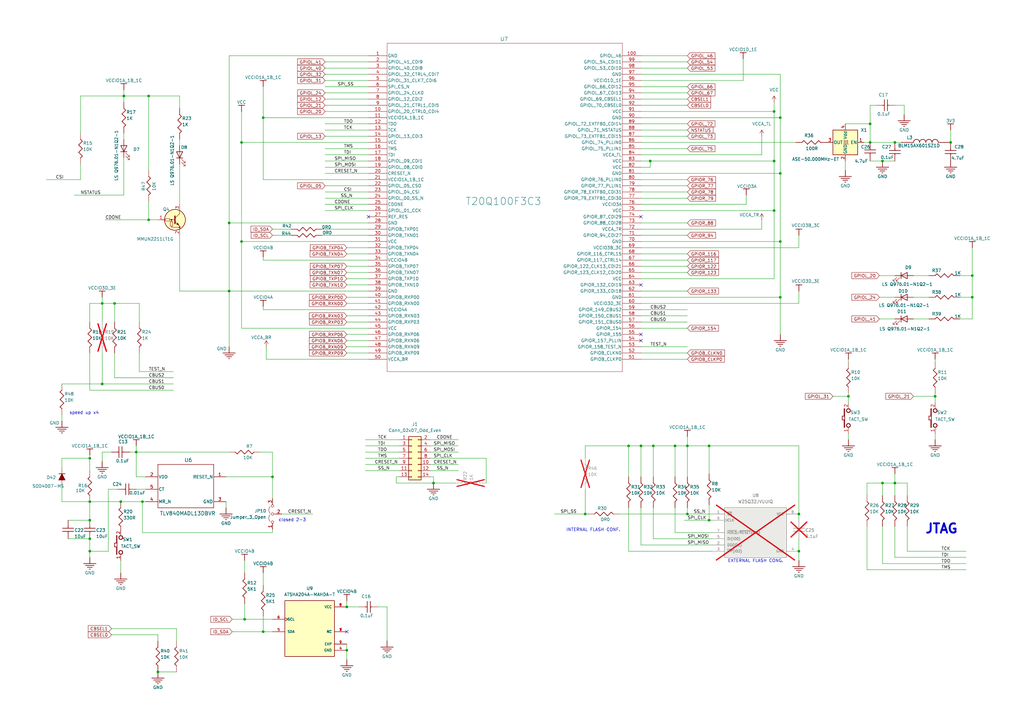
<source format=kicad_sch>
(kicad_sch (version 20231120) (generator "eeschema") (generator_version "8.0")
  (paper "A3")
  (title_block (title "HEXBERRY-V-20Q100") (date "2024-09-19") (rev "1.0") (company "LOGITILES by Hexcape") (comment 1 "Pier Francesco Maria Santi"))
  (junction (at 177.8 198.12))
  (junction (at 46.99 124.46))
  (junction (at 36.83 213.36))
  (junction (at 347.98 162.56))
  (junction (at 107.95 48.26))
  (junction (at 320.04 121.92))
  (junction (at 49.53 205.74))
  (junction (at 327.66 226.06))
  (junction (at 266.7 66.04))
  (junction (at 100.33 254))
  (junction (at 93.98 91.44))
  (junction (at 111.76 195.58))
  (junction (at 389.89 58.42))
  (junction (at 262.89 182.88))
  (junction (at 276.86 182.88))
  (junction (at 240.03 210.82))
  (junction (at 267.97 182.88))
  (junction (at 99.06 58.42))
  (junction (at 36.83 220.98))
  (junction (at 257.81 182.88))
  (junction (at 36.83 226.06))
  (junction (at 41.91 157.48))
  (junction (at 320.04 99.06))
  (junction (at 317.5 66.04))
  (junction (at 60.96 39.37))
  (junction (at 36.83 187.96))
  (junction (at 58.42 205.74))
  (junction (at 367.03 58.42))
  (junction (at 142.24 248.92))
  (junction (at 64.77 275.59))
  (junction (at 142.24 266.7))
  (junction (at 356.87 58.42))
  (junction (at 281.94 210.82))
  (junction (at 398.78 113.03))
  (junction (at 36.83 205.74))
  (junction (at 50.8 39.37))
  (junction (at 60.96 90.17))
  (junction (at 320.04 71.12))
  (junction (at 281.94 182.88))
  (junction (at 356.87 50.8))
  (junction (at 107.95 259.08))
  (junction (at 99.06 99.06))
  (junction (at 361.95 198.12))
  (junction (at 290.83 213.36))
  (junction (at 93.98 119.38))
  (junction (at 317.5 45.72))
  (junction (at 41.91 124.46))
  (junction (at 398.78 121.92))
  (junction (at 367.03 198.12))
  (junction (at 383.54 162.56))
  (junction (at 317.5 86.36))
  (junction (at 290.83 182.88))
  (junction (at 55.88 185.42))
  (junction (at 361.95 66.04))
  (junction (at 320.04 48.26))
  (junction (at 327.66 210.82))
  (no_connect (at 151.13 88.9))
  (no_connect (at 142.24 259.08))
  (no_connect (at 262.89 139.7))
  (no_connect (at 262.89 88.9))
  (no_connect (at 262.89 116.84))
  (no_connect (at 262.89 137.16))
  (wire (pts (xy 281.94 179.07) (xy 281.94 182.88)))
  (wire (pts (xy 132.08 93.98) (xy 151.13 93.98)))
  (wire (pts (xy 142.24 266.7) (xy 142.24 270.51)))
  (wire (pts (xy 262.89 121.92) (xy 320.04 121.92)))
  (wire (pts (xy 262.89 147.32) (xy 281.94 147.32)))
  (wire (pts (xy 49.53 205.74) (xy 58.42 205.74)))
  (wire (pts (xy 92.71 195.58) (xy 111.76 195.58)))
  (wire (pts (xy 320.04 48.26) (xy 320.04 71.12)))
  (wire (pts (xy 58.42 205.74) (xy 58.42 218.44)))
  (wire (pts (xy 162.56 195.58) (xy 162.56 198.12)))
  (wire (pts (xy 227.33 210.82) (xy 240.03 210.82)))
  (wire (pts (xy 176.53 190.5) (xy 187.96 190.5)))
  (wire (pts (xy 317.5 114.3) (xy 317.5 86.36)))
  (wire (pts (xy 262.89 86.36) (xy 317.5 86.36)))
  (wire (pts (xy 149.86 193.04) (xy 163.83 193.04)))
  (wire (pts (xy 389.89 53.34) (xy 389.89 58.42)))
  (wire (pts (xy 53.34 185.42) (xy 55.88 185.42)))
  (wire (pts (xy 320.04 121.92) (xy 320.04 137.16)))
  (wire (pts (xy 95.25 254) (xy 100.33 254)))
  (wire (pts (xy 44.45 200.66) (xy 48.26 200.66)))
  (wire (pts (xy 317.5 66.04) (xy 317.5 86.36)))
  (wire (pts (xy 262.89 144.78) (xy 281.94 144.78)))
  (wire (pts (xy 99.06 134.62) (xy 99.06 99.06)))
  (wire (pts (xy 106.68 185.42) (xy 111.76 185.42)))
  (wire (pts (xy 262.89 25.4) (xy 281.94 25.4)))
  (wire (pts (xy 262.89 109.22) (xy 281.94 109.22)))
  (wire (pts (xy 100.33 254) (xy 111.76 254)))
  (wire (pts (xy 50.8 54.61) (xy 50.8 57.15)))
  (wire (pts (xy 262.89 106.68) (xy 281.94 106.68)))
  (wire (pts (xy 72.39 262.89) (xy 72.39 257.81)))
  (wire (pts (xy 99.06 45.72) (xy 99.06 58.42)))
  (wire (pts (xy 360.68 130.81) (xy 367.03 130.81)))
  (wire (pts (xy 99.06 99.06) (xy 151.13 99.06)))
  (wire (pts (xy 281.94 182.88) (xy 281.94 195.58)))
  (wire (pts (xy 149.86 190.5) (xy 163.83 190.5)))
  (wire (pts (xy 262.89 71.12) (xy 320.04 71.12)))
  (wire (pts (xy 262.89 27.94) (xy 281.94 27.94)))
  (wire (pts (xy 133.35 78.74) (xy 151.13 78.74)))
  (wire (pts (xy 361.95 215.9) (xy 361.95 231.14)))
  (wire (pts (xy 398.78 113.03) (xy 398.78 121.92)))
  (wire (pts (xy 262.89 83.82) (xy 306.07 83.82)))
  (wire (pts (xy 262.89 38.1) (xy 281.94 38.1)))
  (wire (pts (xy 149.86 187.96) (xy 163.83 187.96)))
  (wire (pts (xy 199.39 187.96) (xy 199.39 198.12)))
  (wire (pts (xy 312.42 90.17) (xy 312.42 93.98)))
  (wire (pts (xy 176.53 185.42) (xy 187.96 185.42)))
  (wire (pts (xy 262.89 35.56) (xy 281.94 35.56)))
  (wire (pts (xy 107.95 252.73) (xy 107.95 259.08)))
  (wire (pts (xy 107.95 125.73) (xy 107.95 127)))
  (wire (pts (xy 19.05 73.66) (xy 33.02 73.66)))
  (wire (pts (xy 267.97 182.88) (xy 267.97 195.58)))
  (wire (pts (xy 312.42 55.88) (xy 312.42 63.5)))
  (wire (pts (xy 111.76 195.58) (xy 111.76 204.47)))
  (wire (pts (xy 292.1 226.06) (xy 257.81 226.06)))
  (wire (pts (xy 43.18 90.17) (xy 60.96 90.17)))
  (wire (pts (xy 93.98 119.38) (xy 151.13 119.38)))
  (wire (pts (xy 398.78 121.92) (xy 398.78 130.81)))
  (wire (pts (xy 133.35 71.12) (xy 151.13 71.12)))
  (wire (pts (xy 107.95 127) (xy 151.13 127)))
  (wire (pts (xy 383.54 165.1) (xy 383.54 162.56)))
  (wire (pts (xy 276.86 218.44) (xy 276.86 208.28)))
  (wire (pts (xy 346.71 66.04) (xy 346.71 69.85)))
  (wire (pts (xy 36.83 226.06) (xy 44.45 226.06)))
  (wire (pts (xy 347.98 161.29) (xy 347.98 162.56)))
  (wire (pts (xy 267.97 182.88) (xy 276.86 182.88)))
  (wire (pts (xy 356.87 43.18) (xy 356.87 50.8)))
  (wire (pts (xy 327.66 96.52) (xy 327.66 101.6)))
  (wire (pts (xy 107.95 73.66) (xy 151.13 73.66)))
  (wire (pts (xy 347.98 177.8) (xy 347.98 180.34)))
  (wire (pts (xy 262.89 78.74) (xy 281.94 78.74)))
  (wire (pts (xy 36.83 124.46) (xy 36.83 132.08)))
  (wire (pts (xy 133.35 53.34) (xy 151.13 53.34)))
  (wire (pts (xy 41.91 124.46) (xy 36.83 124.46)))
  (wire (pts (xy 320.04 99.06) (xy 320.04 121.92)))
  (wire (pts (xy 320.04 71.12) (xy 320.04 99.06)))
  (wire (pts (xy 133.35 66.04) (xy 151.13 66.04)))
  (wire (pts (xy 133.35 81.28) (xy 151.13 81.28)))
  (wire (pts (xy 132.08 96.52) (xy 151.13 96.52)))
  (wire (pts (xy 60.96 82.55) (xy 60.96 90.17)))
  (wire (pts (xy 60.96 90.17) (xy 64.77 90.17)))
  (wire (pts (xy 367.03 215.9) (xy 367.03 228.6)))
  (wire (pts (xy 383.54 147.32) (xy 383.54 148.59)))
  (wire (pts (xy 383.54 177.8) (xy 383.54 180.34)))
  (wire (pts (xy 142.24 101.6) (xy 151.13 101.6)))
  (wire (pts (xy 262.89 129.54) (xy 281.94 129.54)))
  (wire (pts (xy 262.89 60.96) (xy 281.94 60.96)))
  (wire (pts (xy 262.89 182.88) (xy 262.89 195.58)))
  (wire (pts (xy 57.15 144.78) (xy 57.15 152.4)))
  (wire (pts (xy 133.35 55.88) (xy 151.13 55.88)))
  (wire (pts (xy 262.89 53.34) (xy 281.94 53.34)))
  (wire (pts (xy 262.89 50.8) (xy 281.94 50.8)))
  (wire (pts (xy 46.99 124.46) (xy 46.99 132.08)))
  (wire (pts (xy 262.89 124.46) (xy 327.66 124.46)))
  (wire (pts (xy 93.98 22.86) (xy 151.13 22.86)))
  (wire (pts (xy 44.45 226.06) (xy 44.45 200.66)))
  (wire (pts (xy 393.7 130.81) (xy 398.78 130.81)))
  (wire (pts (xy 27.94 213.36) (xy 36.83 213.36)))
  (wire (pts (xy 276.86 182.88) (xy 281.94 182.88)))
  (wire (pts (xy 240.03 210.82) (xy 241.3 210.82)))
  (wire (pts (xy 107.95 48.26) (xy 107.95 73.66)))
  (wire (pts (xy 49.53 218.44) (xy 49.53 217.17)))
  (wire (pts (xy 59.69 195.58) (xy 55.88 195.58)))
  (wire (pts (xy 355.6 215.9) (xy 355.6 233.68)))
  (wire (pts (xy 374.65 130.81) (xy 381 130.81)))
  (wire (pts (xy 49.53 229.87) (xy 49.53 234.95)))
  (wire (pts (xy 46.99 154.94) (xy 71.12 154.94)))
  (wire (pts (xy 262.89 101.6) (xy 327.66 101.6)))
  (wire (pts (xy 176.53 187.96) (xy 199.39 187.96)))
  (wire (pts (xy 50.8 36.83) (xy 50.8 39.37)))
  (wire (pts (xy 262.89 81.28) (xy 281.94 81.28)))
  (wire (pts (xy 276.86 182.88) (xy 276.86 195.58)))
  (wire (pts (xy 398.78 101.6) (xy 398.78 113.03)))
  (wire (pts (xy 99.06 99.06) (xy 99.06 58.42)))
  (wire (pts (xy 58.42 218.44) (xy 111.76 218.44)))
  (wire (pts (xy 55.88 185.42) (xy 93.98 185.42)))
  (wire (pts (xy 36.83 220.98) (xy 36.83 226.06)))
  (wire (pts (xy 176.53 193.04) (xy 187.96 193.04)))
  (wire (pts (xy 93.98 91.44) (xy 93.98 119.38)))
  (wire (pts (xy 356.87 50.8) (xy 356.87 58.42)))
  (wire (pts (xy 361.95 198.12) (xy 355.6 198.12)))
  (wire (pts (xy 73.66 39.37) (xy 73.66 44.45)))
  (wire (pts (xy 281.94 182.88) (xy 290.83 182.88)))
  (wire (pts (xy 317.5 45.72) (xy 317.5 66.04)))
  (wire (pts (xy 176.53 180.34) (xy 187.96 180.34)))
  (wire (pts (xy 36.83 205.74) (xy 49.53 205.74)))
  (wire (pts (xy 109.22 142.24) (xy 109.22 147.32)))
  (wire (pts (xy 370.84 43.18) (xy 370.84 46.99)))
  (wire (pts (xy 262.89 96.52) (xy 281.94 96.52)))
  (wire (pts (xy 360.68 121.92) (xy 367.03 121.92)))
  (wire (pts (xy 36.83 144.78) (xy 36.83 160.02)))
  (wire (pts (xy 36.83 186.69) (xy 36.83 187.96)))
  (wire (pts (xy 57.15 132.08) (xy 57.15 124.46)))
  (wire (pts (xy 367.03 198.12) (xy 361.95 198.12)))
  (wire (pts (xy 57.15 124.46) (xy 46.99 124.46)))
  (wire (pts (xy 257.81 182.88) (xy 262.89 182.88)))
  (wire (pts (xy 327.66 182.88) (xy 327.66 210.82)))
  (wire (pts (xy 142.24 132.08) (xy 151.13 132.08)))
  (wire (pts (xy 142.24 248.92) (xy 147.32 248.92)))
  (wire (pts (xy 393.7 113.03) (xy 398.78 113.03)))
  (wire (pts (xy 25.4 191.77) (xy 25.4 187.96)))
  (wire (pts (xy 361.95 198.12) (xy 361.95 203.2)))
  (wire (pts (xy 262.89 73.66) (xy 281.94 73.66)))
  (wire (pts (xy 240.03 182.88) (xy 240.03 187.96)))
  (wire (pts (xy 33.02 73.66) (xy 33.02 67.31)))
  (wire (pts (xy 142.24 121.92) (xy 151.13 121.92)))
  (wire (pts (xy 346.71 50.8) (xy 356.87 50.8)))
  (wire (pts (xy 262.89 91.44) (xy 281.94 91.44)))
  (wire (pts (xy 100.33 247.65) (xy 100.33 254)))
  (wire (pts (xy 133.35 43.18) (xy 151.13 43.18)))
  (wire (pts (xy 262.89 66.04) (xy 266.7 66.04)))
  (wire (pts (xy 262.89 43.18) (xy 281.94 43.18)))
  (wire (pts (xy 142.24 111.76) (xy 151.13 111.76)))
  (wire (pts (xy 360.68 113.03) (xy 367.03 113.03)))
  (wire (pts (xy 36.83 187.96) (xy 36.83 193.04)))
  (wire (pts (xy 306.07 80.01) (xy 306.07 83.82)))
  (wire (pts (xy 292.1 210.82) (xy 281.94 210.82)))
  (wire (pts (xy 374.65 121.92) (xy 381 121.92)))
  (wire (pts (xy 372.11 198.12) (xy 372.11 203.2)))
  (wire (pts (xy 359.41 43.18) (xy 356.87 43.18)))
  (wire (pts (xy 133.35 45.72) (xy 151.13 45.72)))
  (wire (pts (xy 372.11 226.06) (xy 396.24 226.06)))
  (wire (pts (xy 151.13 60.96) (xy 133.35 60.96)))
  (wire (pts (xy 266.7 68.58) (xy 266.7 66.04)))
  (wire (pts (xy 396.24 233.68) (xy 355.6 233.68)))
  (wire (pts (xy 317.5 41.91) (xy 317.5 45.72)))
  (wire (pts (xy 133.35 35.56) (xy 151.13 35.56)))
  (wire (pts (xy 57.15 152.4) (xy 71.12 152.4)))
  (wire (pts (xy 142.24 139.7) (xy 151.13 139.7)))
  (wire (pts (xy 111.76 93.98) (xy 119.38 93.98)))
  (wire (pts (xy 142.24 109.22) (xy 151.13 109.22)))
  (wire (pts (xy 356.87 58.42) (xy 367.03 58.42)))
  (wire (pts (xy 374.65 113.03) (xy 381 113.03)))
  (wire (pts (xy 254 210.82) (xy 281.94 210.82)))
  (wire (pts (xy 372.11 226.06) (xy 372.11 215.9)))
  (wire (pts (xy 154.94 248.92) (xy 158.75 248.92)))
  (wire (pts (xy 41.91 144.78) (xy 41.91 157.48)))
  (wire (pts (xy 45.72 185.42) (xy 41.91 185.42)))
  (wire (pts (xy 30.48 80.01) (xy 50.8 80.01)))
  (wire (pts (xy 320.04 30.48) (xy 320.04 48.26)))
  (wire (pts (xy 60.96 39.37) (xy 73.66 39.37)))
  (wire (pts (xy 133.35 33.02) (xy 151.13 33.02)))
  (wire (pts (xy 151.13 50.8) (xy 133.35 50.8)))
  (wire (pts (xy 107.95 35.56) (xy 107.95 48.26)))
  (wire (pts (xy 55.88 185.42) (xy 55.88 182.88)))
  (wire (pts (xy 292.1 220.98) (xy 267.97 220.98)))
  (wire (pts (xy 327.66 210.82) (xy 327.66 213.36)))
  (wire (pts (xy 142.24 104.14) (xy 151.13 104.14)))
  (wire (pts (xy 73.66 67.31) (xy 73.66 83.82)))
  (wire (pts (xy 177.8 198.12) (xy 186.69 198.12)))
  (wire (pts (xy 367.03 198.12) (xy 367.03 203.2)))
  (wire (pts (xy 341.63 162.56) (xy 347.98 162.56)))
  (wire (pts (xy 36.83 213.36) (xy 36.83 205.74)))
  (wire (pts (xy 149.86 180.34) (xy 163.83 180.34)))
  (wire (pts (xy 142.24 264.16) (xy 142.24 266.7)))
  (wire (pts (xy 46.99 124.46) (xy 41.91 124.46)))
  (wire (pts (xy 25.4 187.96) (xy 36.83 187.96)))
  (wire (pts (xy 262.89 134.62) (xy 281.94 134.62)))
  (wire (pts (xy 374.65 162.56) (xy 383.54 162.56)))
  (wire (pts (xy 367.03 194.31) (xy 367.03 198.12)))
  (wire (pts (xy 50.8 39.37) (xy 60.96 39.37)))
  (wire (pts (xy 149.86 182.88) (xy 163.83 182.88)))
  (wire (pts (xy 73.66 57.15) (xy 73.66 59.69)))
  (wire (pts (xy 99.06 58.42) (xy 151.13 58.42)))
  (wire (pts (xy 267.97 208.28) (xy 267.97 220.98)))
  (wire (pts (xy 372.11 198.12) (xy 367.03 198.12)))
  (wire (pts (xy 100.33 229.87) (xy 100.33 234.95)))
  (wire (pts (xy 99.06 134.62) (xy 151.13 134.62)))
  (wire (pts (xy 262.89 104.14) (xy 281.94 104.14)))
  (wire (pts (xy 107.95 106.68) (xy 151.13 106.68)))
  (wire (pts (xy 25.4 157.48) (xy 41.91 157.48)))
  (wire (pts (xy 50.8 64.77) (xy 50.8 80.01)))
  (wire (pts (xy 367.03 43.18) (xy 370.84 43.18)))
  (wire (pts (xy 396.24 231.14) (xy 361.95 231.14)))
  (wire (pts (xy 107.95 48.26) (xy 151.13 48.26)))
  (wire (pts (xy 33.02 39.37) (xy 33.02 54.61)))
  (wire (pts (xy 142.24 144.78) (xy 151.13 144.78)))
  (wire (pts (xy 276.86 218.44) (xy 292.1 218.44)))
  (wire (pts (xy 163.83 195.58) (xy 162.56 195.58)))
  (wire (pts (xy 36.83 205.74) (xy 25.4 205.74)))
  (wire (pts (xy 393.7 121.92) (xy 398.78 121.92)))
  (wire (pts (xy 58.42 205.74) (xy 59.69 205.74)))
  (wire (pts (xy 240.03 200.66) (xy 240.03 210.82)))
  (wire (pts (xy 356.87 66.04) (xy 361.95 66.04)))
  (wire (pts (xy 262.89 114.3) (xy 317.5 114.3)))
  (wire (pts (xy 64.77 262.89) (xy 64.77 260.35)))
  (wire (pts (xy 111.76 185.42) (xy 111.76 195.58)))
  (wire (pts (xy 133.35 25.4) (xy 151.13 25.4)))
  (wire (pts (xy 304.8 24.13) (xy 304.8 33.02)))
  (wire (pts (xy 41.91 121.92) (xy 41.91 124.46)))
  (wire (pts (xy 133.35 27.94) (xy 151.13 27.94)))
  (wire (pts (xy 383.54 161.29) (xy 383.54 162.56)))
  (wire (pts (xy 355.6 198.12) (xy 355.6 203.2)))
  (wire (pts (xy 262.89 22.86) (xy 281.94 22.86)))
  (wire (pts (xy 111.76 218.44) (xy 111.76 217.17)))
  (wire (pts (xy 25.4 205.74) (xy 25.4 199.39)))
  (wire (pts (xy 281.94 210.82) (xy 281.94 208.28)))
  (wire (pts (xy 107.95 259.08) (xy 111.76 259.08)))
  (wire (pts (xy 72.39 275.59) (xy 64.77 275.59)))
  (wire (pts (xy 93.98 119.38) (xy 93.98 142.24)))
  (wire (pts (xy 107.95 105.41) (xy 107.95 106.68)))
  (wire (pts (xy 149.86 185.42) (xy 163.83 185.42)))
  (wire (pts (xy 162.56 198.12) (xy 177.8 198.12)))
  (wire (pts (xy 177.8 195.58) (xy 177.8 198.12)))
  (wire (pts (xy 262.89 208.28) (xy 262.89 223.52)))
  (wire (pts (xy 142.24 142.24) (xy 151.13 142.24)))
  (wire (pts (xy 262.89 76.2) (xy 281.94 76.2)))
  (wire (pts (xy 396.24 228.6) (xy 367.03 228.6)))
  (wire (pts (xy 41.91 185.42) (xy 41.91 189.23)))
  (wire (pts (xy 71.12 160.02) (xy 36.83 160.02)))
  (wire (pts (xy 41.91 124.46) (xy 41.91 132.08)))
  (wire (pts (xy 367.03 58.42) (xy 369.57 58.42)))
  (wire (pts (xy 133.35 63.5) (xy 151.13 63.5)))
  (wire (pts (xy 292.1 223.52) (xy 262.89 223.52)))
  (wire (pts (xy 356.87 58.42) (xy 354.33 58.42)))
  (wire (pts (xy 109.22 147.32) (xy 151.13 147.32)))
  (wire (pts (xy 262.89 48.26) (xy 320.04 48.26)))
  (wire (pts (xy 262.89 111.76) (xy 281.94 111.76)))
  (wire (pts (xy 55.88 200.66) (xy 59.69 200.66)))
  (wire (pts (xy 361.95 66.04) (xy 367.03 66.04)))
  (wire (pts (xy 262.89 40.64) (xy 281.94 40.64)))
  (wire (pts (xy 257.81 182.88) (xy 240.03 182.88)))
  (wire (pts (xy 262.89 63.5) (xy 312.42 63.5)))
  (wire (pts (xy 55.88 195.58) (xy 55.88 185.42)))
  (wire (pts (xy 73.66 119.38) (xy 93.98 119.38)))
  (wire (pts (xy 290.83 213.36) (xy 292.1 213.36)))
  (wire (pts (xy 327.66 220.98) (xy 327.66 226.06)))
  (wire (pts (xy 71.12 157.48) (xy 41.91 157.48)))
  (wire (pts (xy 262.89 142.24) (xy 281.94 142.24)))
  (wire (pts (xy 46.99 154.94) (xy 46.99 144.78)))
  (wire (pts (xy 262.89 58.42) (xy 326.39 58.42)))
  (wire (pts (xy 262.89 68.58) (xy 266.7 68.58)))
  (wire (pts (xy 45.72 257.81) (xy 72.39 257.81)))
  (wire (pts (xy 257.81 182.88) (xy 257.81 195.58)))
  (wire (pts (xy 92.71 205.74) (xy 92.71 208.28)))
  (wire (pts (xy 290.83 182.88) (xy 327.66 182.88)))
  (wire (pts (xy 50.8 39.37) (xy 50.8 41.91)))
  (wire (pts (xy 262.89 30.48) (xy 320.04 30.48)))
  (wire (pts (xy 327.66 119.38) (xy 327.66 124.46)))
  (wire (pts (xy 73.66 96.52) (xy 73.66 119.38)))
  (wire (pts (xy 262.89 119.38) (xy 281.94 119.38)))
  (wire (pts (xy 142.24 124.46) (xy 151.13 124.46)))
  (wire (pts (xy 133.35 30.48) (xy 151.13 30.48)))
  (wire (pts (xy 262.89 33.02) (xy 304.8 33.02)))
  (wire (pts (xy 290.83 207.01) (xy 290.83 213.36)))
  (wire (pts (xy 176.53 195.58) (xy 177.8 195.58)))
  (wire (pts (xy 262.89 93.98) (xy 312.42 93.98)))
  (wire (pts (xy 45.72 260.35) (xy 64.77 260.35)))
  (wire (pts (xy 142.24 114.3) (xy 151.13 114.3)))
  (wire (pts (xy 93.98 91.44) (xy 151.13 91.44)))
  (wire (pts (xy 262.89 127) (xy 281.94 127)))
  (wire (pts (xy 60.96 39.37) (xy 60.96 69.85)))
  (wire (pts (xy 95.25 259.08) (xy 107.95 259.08)))
  (wire (pts (xy 262.89 45.72) (xy 317.5 45.72)))
  (wire (pts (xy 142.24 129.54) (xy 151.13 129.54)))
  (wire (pts (xy 347.98 147.32) (xy 347.98 148.59)))
  (wire (pts (xy 142.24 137.16) (xy 151.13 137.16)))
  (wire (pts (xy 266.7 66.04) (xy 317.5 66.04)))
  (wire (pts (xy 142.24 246.38) (xy 142.24 248.92)))
  (wire (pts (xy 262.89 99.06) (xy 320.04 99.06)))
  (wire (pts (xy 158.75 248.92) (xy 158.75 262.89)))
  (wire (pts (xy 133.35 86.36) (xy 151.13 86.36)))
  (wire (pts (xy 347.98 165.1) (xy 347.98 162.56)))
  (wire (pts (xy 133.35 76.2) (xy 151.13 76.2)))
  (wire (pts (xy 327.66 226.06) (xy 327.66 229.87)))
  (wire (pts (xy 111.76 96.52) (xy 119.38 96.52)))
  (wire (pts (xy 25.4 170.18) (xy 25.4 172.72)))
  (wire (pts (xy 133.35 40.64) (xy 151.13 40.64)))
  (wire (pts (xy 36.83 226.06) (xy 36.83 228.6)))
  (wire (pts (xy 27.94 220.98) (xy 36.83 220.98)))
  (wire (pts (xy 257.81 208.28) (xy 257.81 226.06)))
  (wire (pts (xy 176.53 182.88) (xy 187.96 182.88)))
  (wire (pts (xy 262.89 55.88) (xy 281.94 55.88)))
  (wire (pts (xy 280.67 213.36) (xy 290.83 213.36)))
  (wire (pts (xy 107.95 234.95) (xy 107.95 240.03)))
  (wire (pts (xy 133.35 83.82) (xy 151.13 83.82)))
  (wire (pts (xy 133.35 38.1) (xy 151.13 38.1)))
  (wire (pts (xy 93.98 22.86) (xy 93.98 91.44)))
  (wire (pts (xy 142.24 116.84) (xy 151.13 116.84)))
  (wire (pts (xy 33.02 39.37) (xy 50.8 39.37)))
  (wire (pts (xy 262.89 132.08) (xy 281.94 132.08)))
  (wire (pts (xy 133.35 68.58) (xy 151.13 68.58)))
  (wire (pts (xy 290.83 182.88) (xy 290.83 194.31)))
  (wire (pts (xy 262.89 182.88) (xy 267.97 182.88)))
  (wire (pts (xy 115.57 210.82) (xy 128.27 210.82)))
  (text "closed 2-3\n" (at 119.888 213.36 0) (effects (font (size 1.27 1.27))))
  (text "speed up x4" (at 34.544 169.418 0) (effects (font (size 1.27 1.27))))
  (text "EXTERNAL FLASH CONG.\n" (at 309.88 230.124 0) (effects (font (size 1.27 1.27))))
  (text "JTAG\n" (at 379.222 219.202 0) (effects (font (size 3.81 3.81) (bold yes)) (justify left bottom)))
  (text "INTERNAL FLASH CONF.\n" (at 243.332 217.424 0) (effects (font (size 1.27 1.27))))
  (label "SPI_SS" (at 229.87 210.82 0))
  (label "SPI_CLK" (at 137.16 86.36 0))
  (label "CBUS1" (at 60.96 157.48 0))
  (label "CSI" (at 22.86 73.66 0))
  (label "TDO" (at 386.08 231.14 0))
  (label "TDI" (at 140.97 63.5 0))
  (label "CDONE" (at 43.18 90.17 0))
  (label "TEST_N" (at 60.96 152.4 0))
  (label "SPI_MISO" (at 177.8 182.88 0))
  (label "CDONE" (at 179.07 180.34 0))
  (label "TCK" (at 154.94 180.34 0))
  (label "CBUS1" (at 266.7 129.54 0))
  (label "CBUS0" (at 266.7 132.08 0))
  (label "TMS" (at 386.08 233.68 0))
  (label "CBUS0" (at 60.96 160.02 0))
  (label "TCK" (at 140.97 53.34 0))
  (label "SPI_MOSI" (at 137.16 68.58 0))
  (label "SPI_CLK" (at 177.8 187.96 0))
  (label "CRESET_N" (at 118.11 210.82 0))
  (label "CBUS2" (at 60.96 154.94 0))
  (label "TDI" (at 386.08 228.6 0))
  (label "CRESET_N" (at 153.67 190.5 0))
  (label "CRESET_N" (at 177.8 190.5 0))
  (label "SPI_MISO" (at 281.94 223.52 0))
  (label "SPI_MISO" (at 137.16 66.04 0))
  (label "CSI" (at 140.97 78.74 0))
  (label "TMS" (at 140.97 60.96 0))
  (label "CDONE" (at 137.16 83.82 0))
  (label "SS_N" (at 284.48 210.82 0))
  (label "SPI_CLK" (at 281.94 213.36 0))
  (label "TDO" (at 140.97 50.8 0))
  (label "SS_N" (at 154.94 193.04 0))
  (label "CRESET_N" (at 137.16 71.12 0))
  (label "TCK" (at 386.08 226.06 0))
  (label "NSTATUS" (at 33.02 80.01 0))
  (label "TEST_N" (at 266.7 142.24 0))
  (label "SPI_MOSI" (at 177.8 185.42 0))
  (label "TDI" (at 154.94 182.88 0))
  (label "TDO" (at 154.94 185.42 0))
  (label "SS_N" (at 179.07 193.04 0))
  (label "TMS" (at 154.94 187.96 0))
  (label "SPI_SS" (at 138.43 35.56 0))
  (label "CBUS2" (at 266.7 127 0))
  (label "SPI_MOSI" (at 281.94 220.98 0))
  (label "SS_N" (at 139.7 81.28 0))
  (global_label "GPIOB_CLKN0" (shape input) (at 281.94 144.78 0) (property "Intersheetrefs" "${INTERSHEET_REFS}" (at 297.8413 144.78 0) (effects (justify left))))
  (global_label "CBSEL0" (shape input) (at 281.94 43.18 0) (property "Intersheetrefs" "${INTERSHEET_REFS}" (at 292.1564 43.18 0) (effects (justify left))))
  (global_label "GPIOB_TXP07" (shape input) (at 142.24 109.22 180) (property "Intersheetrefs" "${INTERSHEET_REFS}" (at 126.5807 109.22 0) (effects (justify right))))
  (global_label "GPIOB_TXN07" (shape input) (at 142.24 111.76 180) (property "Intersheetrefs" "${INTERSHEET_REFS}" (at 126.5202 111.76 0) (effects (justify right))))
  (global_label "NSTATUS" (shape input) (at 281.94 53.34 0) (property "Intersheetrefs" "${INTERSHEET_REFS}" (at 293.1241 53.34 0) (effects (justify left))))
  (global_label "GPIOR_76" (shape input) (at 281.94 73.66 0) (property "Intersheetrefs" "${INTERSHEET_REFS}" (at 294.1522 73.66 0) (effects (justify left))))
  (global_label "GPIOL_24" (shape input) (at 133.35 38.1 180) (property "Intersheetrefs" "${INTERSHEET_REFS}" (at 121.3797 38.1 0) (effects (justify right))))
  (global_label "GPIOR_116" (shape input) (at 281.94 104.14 0) (property "Intersheetrefs" "${INTERSHEET_REFS}" (at 295.3617 104.14 0) (effects (justify left))))
  (global_label "GPIOL_41" (shape input) (at 360.68 130.81 180) (property "Intersheetrefs" "${INTERSHEET_REFS}" (at 348.7097 130.81 0) (effects (justify right))))
  (global_label "GPIOL_66" (shape input) (at 281.94 35.56 0) (property "Intersheetrefs" "${INTERSHEET_REFS}" (at 293.9103 35.56 0) (effects (justify left))))
  (global_label "GPIOB_RXN09" (shape input) (at 142.24 142.24 180) (property "Intersheetrefs" "${INTERSHEET_REFS}" (at 126.2178 142.24 0) (effects (justify right))))
  (global_label "GPIOL_21" (shape input) (at 374.65 162.56 180) (property "Intersheetrefs" "${INTERSHEET_REFS}" (at 362.6797 162.56 0) (effects (justify right))))
  (global_label "GPIOL_73" (shape input) (at 281.94 55.88 0) (property "Intersheetrefs" "${INTERSHEET_REFS}" (at 293.9103 55.88 0) (effects (justify left))))
  (global_label "GPIOL_13" (shape input) (at 133.35 55.88 180) (property "Intersheetrefs" "${INTERSHEET_REFS}" (at 121.3797 55.88 0) (effects (justify right))))
  (global_label "CBSEL1" (shape input) (at 281.94 40.64 0) (property "Intersheetrefs" "${INTERSHEET_REFS}" (at 292.1564 40.64 0) (effects (justify left))))
  (global_label "CBSEL1" (shape input) (at 45.72 257.81 180) (property "Intersheetrefs" "${INTERSHEET_REFS}" (at 35.5036 257.81 0) (effects (justify right))))
  (global_label "GPIOL_72" (shape input) (at 281.94 50.8 0) (property "Intersheetrefs" "${INTERSHEET_REFS}" (at 293.9103 50.8 0) (effects (justify left))))
  (global_label "GPIOL_24" (shape input) (at 360.68 121.92 180) (property "Intersheetrefs" "${INTERSHEET_REFS}" (at 348.7097 121.92 0) (effects (justify right))))
  (global_label "GPIOR_117" (shape input) (at 281.94 106.68 0) (property "Intersheetrefs" "${INTERSHEET_REFS}" (at 295.3617 106.68 0) (effects (justify left))))
  (global_label "GPIOB_RXP09" (shape input) (at 142.24 144.78 180) (property "Intersheetrefs" "${INTERSHEET_REFS}" (at 126.2783 144.78 0) (effects (justify right))))
  (global_label "GPIOB_TXN04" (shape input) (at 142.24 104.14 180) (property "Intersheetrefs" "${INTERSHEET_REFS}" (at 126.5202 104.14 0) (effects (justify right))))
  (global_label "GPIOL_75" (shape input) (at 281.94 60.96 0) (property "Intersheetrefs" "${INTERSHEET_REFS}" (at 293.9103 60.96 0) (effects (justify left))))
  (global_label "GPIOL_12" (shape input) (at 133.35 40.64 180) (property "Intersheetrefs" "${INTERSHEET_REFS}" (at 121.3797 40.64 0) (effects (justify right))))
  (global_label "GPIOL_46" (shape input) (at 281.94 22.86 0) (property "Intersheetrefs" "${INTERSHEET_REFS}" (at 293.9103 22.86 0) (effects (justify left))))
  (global_label "ID_SCL" (shape input) (at 95.25 254 180) (property "Intersheetrefs" "${INTERSHEET_REFS}" (at 85.8197 254 0) (effects (justify right))))
  (global_label "GPIOL_31" (shape input) (at 133.35 33.02 180) (property "Intersheetrefs" "${INTERSHEET_REFS}" (at 121.3797 33.02 0) (effects (justify right))))
  (global_label "GPIOR_88" (shape input) (at 281.94 91.44 0) (property "Intersheetrefs" "${INTERSHEET_REFS}" (at 294.1522 91.44 0) (effects (justify left))))
  (global_label "GPIOL_31" (shape input) (at 341.63 162.56 180) (property "Intersheetrefs" "${INTERSHEET_REFS}" (at 329.6597 162.56 0) (effects (justify right))))
  (global_label "GPIOB_RXN06" (shape input) (at 142.24 139.7 180) (property "Intersheetrefs" "${INTERSHEET_REFS}" (at 126.2178 139.7 0) (effects (justify right))))
  (global_label "GPIOR_94" (shape input) (at 281.94 96.52 0) (property "Intersheetrefs" "${INTERSHEET_REFS}" (at 294.1522 96.52 0) (effects (justify left))))
  (global_label "GPIOL_53" (shape input) (at 281.94 27.94 0) (property "Intersheetrefs" "${INTERSHEET_REFS}" (at 293.9103 27.94 0) (effects (justify left))))
  (global_label "GPIOB_TXN10" (shape input) (at 142.24 116.84 180) (property "Intersheetrefs" "${INTERSHEET_REFS}" (at 126.5202 116.84 0) (effects (justify right))))
  (global_label "GPIOB_RXP03" (shape input) (at 142.24 132.08 180) (property "Intersheetrefs" "${INTERSHEET_REFS}" (at 126.2783 132.08 0) (effects (justify right))))
  (global_label "ID_SDA" (shape input) (at 111.76 93.98 180) (property "Intersheetrefs" "${INTERSHEET_REFS}" (at 102.2692 93.98 0) (effects (justify right))))
  (global_label "GPIOR_133" (shape input) (at 281.94 119.38 0) (property "Intersheetrefs" "${INTERSHEET_REFS}" (at 295.3617 119.38 0) (effects (justify left))))
  (global_label "ID_SCL" (shape input) (at 111.76 96.52 180) (property "Intersheetrefs" "${INTERSHEET_REFS}" (at 102.3297 96.52 0) (effects (justify right))))
  (global_label "GPIOB_RXP00" (shape input) (at 142.24 121.92 180) (property "Intersheetrefs" "${INTERSHEET_REFS}" (at 126.2783 121.92 0) (effects (justify right))))
  (global_label "GPIOL_05" (shape input) (at 133.35 76.2 180) (property "Intersheetrefs" "${INTERSHEET_REFS}" (at 121.3797 76.2 0) (effects (justify right))))
  (global_label "GPIOL_40" (shape input) (at 133.35 27.94 180) (property "Intersheetrefs" "${INTERSHEET_REFS}" (at 121.3797 27.94 0) (effects (justify right))))
  (global_label "GPIOL_20" (shape input) (at 360.68 113.03 180) (property "Intersheetrefs" "${INTERSHEET_REFS}" (at 348.7097 113.03 0) (effects (justify right))))
  (global_label "GPIOR_122" (shape input) (at 281.94 109.22 0) (property "Intersheetrefs" "${INTERSHEET_REFS}" (at 295.3617 109.22 0) (effects (justify left))))
  (global_label "GPIOR_77" (shape input) (at 281.94 76.2 0) (property "Intersheetrefs" "${INTERSHEET_REFS}" (at 294.1522 76.2 0) (effects (justify left))))
  (global_label "GPIOL_21" (shape input) (at 133.35 43.18 180) (property "Intersheetrefs" "${INTERSHEET_REFS}" (at 121.3797 43.18 0) (effects (justify right))))
  (global_label "GPIOR_78" (shape input) (at 281.94 78.74 0) (property "Intersheetrefs" "${INTERSHEET_REFS}" (at 294.1522 78.74 0) (effects (justify left))))
  (global_label "GPIOB_RXN03" (shape input) (at 142.24 129.54 180) (property "Intersheetrefs" "${INTERSHEET_REFS}" (at 126.2178 129.54 0) (effects (justify right))))
  (global_label "GPIOL_54" (shape input) (at 281.94 25.4 0) (property "Intersheetrefs" "${INTERSHEET_REFS}" (at 293.9103 25.4 0) (effects (justify left))))
  (global_label "GPIOR_79" (shape input) (at 281.94 81.28 0) (property "Intersheetrefs" "${INTERSHEET_REFS}" (at 294.1522 81.28 0) (effects (justify left))))
  (global_label "GPIOL_67" (shape input) (at 281.94 38.1 0) (property "Intersheetrefs" "${INTERSHEET_REFS}" (at 293.9103 38.1 0) (effects (justify left))))
  (global_label "GPIOL_41" (shape input) (at 133.35 25.4 180) (property "Intersheetrefs" "${INTERSHEET_REFS}" (at 121.3797 25.4 0) (effects (justify right))))
  (global_label "GPIOL_20" (shape input) (at 133.35 45.72 180) (property "Intersheetrefs" "${INTERSHEET_REFS}" (at 121.3797 45.72 0) (effects (justify right))))
  (global_label "CBSEL0" (shape input) (at 45.72 260.35 180) (property "Intersheetrefs" "${INTERSHEET_REFS}" (at 35.5036 260.35 0) (effects (justify right))))
  (global_label "GPIOR_154" (shape input) (at 281.94 134.62 0) (property "Intersheetrefs" "${INTERSHEET_REFS}" (at 295.3617 134.62 0) (effects (justify left))))
  (global_label "GPIOB_RXN00" (shape input) (at 142.24 124.46 180) (property "Intersheetrefs" "${INTERSHEET_REFS}" (at 126.2178 124.46 0) (effects (justify right))))
  (global_label "ID_SDA" (shape input) (at 95.25 259.08 180) (property "Intersheetrefs" "${INTERSHEET_REFS}" (at 85.7592 259.08 0) (effects (justify right))))
  (global_label "GPIOB_TXP04" (shape input) (at 142.24 101.6 180) (property "Intersheetrefs" "${INTERSHEET_REFS}" (at 126.5807 101.6 0) (effects (justify right))))
  (global_label "GPIOL_32" (shape input) (at 133.35 30.48 180) (property "Intersheetrefs" "${INTERSHEET_REFS}" (at 121.3797 30.48 0) (effects (justify right))))
  (global_label "GPIOR_123" (shape input) (at 281.94 111.76 0) (property "Intersheetrefs" "${INTERSHEET_REFS}" (at 295.3617 111.76 0) (effects (justify left))))
  (global_label "GPIOB_CLKP0" (shape input) (at 281.94 147.32 0) (property "Intersheetrefs" "${INTERSHEET_REFS}" (at 297.7808 147.32 0) (effects (justify left))))
  (global_label "GPIOB_RXP06" (shape input) (at 142.24 137.16 180) (property "Intersheetrefs" "${INTERSHEET_REFS}" (at 126.2783 137.16 0) (effects (justify right))))
  (global_label "GPIOB_TXP10" (shape input) (at 142.24 114.3 180) (property "Intersheetrefs" "${INTERSHEET_REFS}" (at 126.5807 114.3 0) (effects (justify right))))
  (symbol (lib_id "prova-altium-import:VCC_BAR") (at 398.78 101.6 180) (unit 1)
    (property "Reference" "#PWR05" (effects (hide yes)))
    (property "Value" "VCCIO1A_1B_1C" (at 398.78 97.79 0))
  )
  (symbol (lib_id "prova-altium-import:root_2_CAP_0") (at 367.03 45.72 90) (mirror x) (unit 1)
    (property "Reference" "C17" (at 364.236 39.624 90) (effects (justify left bottom)))
    (property "Value" "0.1uF" (at 365.252 47.498 90) (effects (justify left bottom)))
    (property "Footprint" "Capacitor_SMD:C_0402_1005Metric" (effects (hide yes)))
    (property "Description" "MLCC Capacitor" (effects (hide yes)))
    (property "05-000238" "*" (effects (hide yes)))
  )
  (symbol (lib_id "prova-altium-import:root_1_RES_0") (at 63.5 69.85 180) (unit 1)
    (property "Reference" "R47" (at 58.166 74.422 90) (effects (justify left bottom)))
    (property "Value" "10K" (at 62.484 74.422 90) (effects (justify left bottom)))
    (property "Footprint" "Resistor_SMD:R_0402_1005Metric" (effects (hide yes)))
    (property "Description" "Resistor" (effects (hide yes)))
    (property "21-000531" "*" (effects (hide yes)))
    (property "21-000532" "*" (effects (hide yes)))
    (property "21-000554" "*" (effects (hide yes)))
  )
  (symbol (lib_id "prova-altium-import:root_3_RES_0") (at 381 119.38 90) (unit 1)
    (property "Reference" "R38" (at 386.08 119.126 90) (effects (justify left bottom)))
    (property "Value" "1K" (at 394.208 120.142 90) (effects (justify left bottom)))
    (property "Footprint" "Resistor_SMD:R_0402_1005Metric" (effects (hide yes)))
    (property "Description" "Resistor" (effects (hide yes)))
    (property "21-000531" "*" (effects (hide yes)))
    (property "21-000532" "*" (effects (hide yes)))
    (property "21-000554" "*" (effects (hide yes)))
  )
  (symbol (lib_id "prova-altium-import:root_3_RES_0") (at 49.53 132.08 0) (unit 1)
    (property "Reference" "R21" (at 48.006 136.906 0) (effects (justify left bottom)))
    (property "Value" "10K" (at 48.006 139.446 0) (effects (justify left bottom)))
    (property "Footprint" "Resistor_SMD:R_0402_1005Metric" (effects (hide yes)))
    (property "Description" "Resistor" (effects (hide yes)))
    (property "21-000531" "*" (effects (hide yes)))
    (property "21-000532" "*" (effects (hide yes)))
    (property "21-000554" "*" (effects (hide yes)))
  )
  (symbol (lib_id "prova-altium-import:GND_POWER_GROUND") (at 49.53 234.95 0) (unit 1)
    (property "Reference" "#PWR045" (effects (hide yes)))
    (property "Value" "GND" (at 49.53 241.3 0))
  )
  (symbol (lib_id "prova-altium-import:GND_POWER_GROUND") (at 346.71 69.85 0) (mirror y) (unit 1)
    (property "Reference" "#PWR068" (effects (hide yes)))
    (property "Value" "GND" (at 346.71 76.2 0))
  )
  (symbol (lib_id "prova-altium-import:VCC_BAR") (at 367.03 194.31 180) (unit 1)
    (property "Reference" "#PWR057" (effects (hide yes)))
    (property "Value" "VCCIO1A_1B_1C" (at 367.03 190.5 0))
  )
  (symbol (lib_id "prova-altium-import:root_3_RES_0") (at 374.65 203.2 0) (unit 1)
    (property "Reference" "R29" (at 373.126 208.026 0) (effects (justify left bottom)))
    (property "Value" "10K" (at 373.126 210.566 0) (effects (justify left bottom)))
    (property "Footprint" "Resistor_SMD:R_0402_1005Metric" (effects (hide yes)))
    (property "Description" "Resistor" (effects (hide yes)))
    (property "21-000531" "*" (effects (hide yes)))
    (property "21-000532" "*" (effects (hide yes)))
    (property "21-000554" "*" (effects (hide yes)))
  )
  (symbol (lib_id "power:VDDA") (at 312.42 90.17 0) (unit 1)
    (property "Reference" "#PWR062" (effects (hide yes)))
    (property "Value" "VCCA_TR" (at 307.34 88.138 0))
    (property "Description" "Power symbol creates a global label with name \"VDDA\"" (effects (hide yes)))
  )
  (symbol (lib_id "Device:LED") (at 73.66 63.5 90) (unit 1)
    (property "Reference" "D8" (at 74.168 60.452 90) (effects (justify right)))
    (property "Value" "LS Q976.01-N1Q2-1" (at 70.612 55.372 0) (effects (justify right)))
    (property "Footprint" "LED_SMD:LED_0603_1608Metric" (effects (hide yes)))
    (property "Description" "Light emitting diode" (effects (hide yes)))
  )
  (symbol (lib_id "2024-07-11_16-18-05:TLV840MADL13DBVR") (at 59.69 195.58 0) (unit 1)
    (property "Reference" "U6" (at 77.216 188.722 0) (effects (font (size 1.524 1.524))))
    (property "Value" "TLV840MADL13DBVR" (at 76.962 210.566 0) (effects (font (size 1.524 1.524))))
    (property "Footprint" "Package_TO_SOT_SMD:SOT-23-5" (effects (hide yes)))
    (property "Datasheet" "TLV840MADL13DBVR" (effects (hide yes)))
  )
  (symbol (lib_id "prova-altium-import:root_3_RES_0") (at 59.69 132.08 0) (unit 1)
    (property "Reference" "R24" (at 58.166 136.906 0) (effects (justify left bottom)))
    (property "Value" "1K" (at 58.166 139.446 0) (effects (justify left bottom)))
    (property "Footprint" "Resistor_SMD:R_0402_1005Metric" (effects (hide yes)))
    (property "Description" "Resistor" (effects (hide yes)))
    (property "21-000531" "*" (effects (hide yes)))
    (property "21-000532" "*" (effects (hide yes)))
    (property "21-000554" "*" (effects (hide yes)))
  )
  (symbol (lib_id "prova-altium-import:root_1_RES_0") (at 132.08 99.06 90) (unit 1)
    (property "Reference" "R44" (at 119.38 94.996 90) (effects (justify left bottom)))
    (property "Value" "0R0" (at 136.144 94.742 90) (effects (justify left bottom)))
    (property "Footprint" "Resistor_SMD:R_0402_1005Metric" (effects (hide yes)))
    (property "Description" "Resistor" (effects (hide yes)))
    (property "21-000531" "*" (effects (hide yes)))
    (property "21-000532" "*" (effects (hide yes)))
    (property "21-000554" "*" (effects (hide yes)))
  )
  (symbol (lib_id "Jumper:Jumper_3_Open") (at 111.76 210.82 90) (unit 1) (exclude_from_sim yes) (in_bom no)
    (property "Reference" "JP10" (at 109.22 209.5499 90) (effects (justify left)))
    (property "Value" "Jumper_3_Open" (at 109.22 212.0899 90) (effects (justify left)))
    (property "Footprint" "Jumper:SolderJumper-3_P1.3mm_Open_Pad1.0x1.5mm_NumberLabels" (effects (hide yes)))
    (property "Description" "Jumper, 3-pole, both open" (effects (hide yes)))
  )
  (symbol (lib_id "prova-altium-import:root_1_RES_0") (at 132.08 96.52 90) (unit 1)
    (property "Reference" "R42" (at 119.634 91.948 90) (effects (justify left bottom)))
    (property "Value" "0R0" (at 135.89 92.456 90) (effects (justify left bottom)))
    (property "Footprint" "Resistor_SMD:R_0402_1005Metric" (effects (hide yes)))
    (property "Description" "Resistor" (effects (hide yes)))
    (property "21-000531" "*" (effects (hide yes)))
    (property "21-000532" "*" (effects (hide yes)))
    (property "21-000554" "*" (effects (hide yes)))
  )
  (symbol (lib_id "prova-altium-import:root_3_RES_0") (at 279.4 195.58 0) (unit 1)
    (property "Reference" "R34" (at 277.876 200.406 0) (effects (justify left bottom)))
    (property "Value" "10K" (at 277.876 202.946 0) (effects (justify left bottom)))
    (property "Footprint" "Resistor_SMD:R_0402_1005Metric" (effects (hide yes)))
    (property "Description" "Resistor" (effects (hide yes)))
    (property "21-000531" "*" (effects (hide yes)))
    (property "21-000532" "*" (effects (hide yes)))
    (property "21-000554" "*" (effects (hide yes)))
  )
  (symbol (lib_id "prova-altium-import:root_2_CAP_0") (at 39.37 220.98 0) (unit 1)
    (property "Reference" "C23" (at 39.37 218.186 0) (effects (justify left bottom)))
    (property "Value" "10uF" (at 39.37 220.726 0) (effects (justify left bottom)))
    (property "Footprint" "Capacitor_SMD:C_0603_1608Metric" (effects (hide yes)))
    (property "Description" "MLCC Capacitor" (effects (hide yes)))
    (property "05-000238" "*" (effects (hide yes)))
  )
  (symbol (lib_id "prova-altium-import:GND_POWER_GROUND") (at 370.84 46.99 0) (unit 1)
    (property "Reference" "#PWR054" (effects (hide yes)))
    (property "Value" "GND" (at 370.84 53.34 0))
  )
  (symbol (lib_id "prova-altium-import:root_3_RES_0") (at 270.51 195.58 0) (unit 1)
    (property "Reference" "R33" (at 268.986 200.406 0) (effects (justify left bottom)))
    (property "Value" "10K" (at 268.986 202.946 0) (effects (justify left bottom)))
    (property "Footprint" "Resistor_SMD:R_0402_1005Metric" (effects (hide yes)))
    (property "Description" "Resistor" (effects (hide yes)))
    (property "21-000531" "*" (effects (hide yes)))
    (property "21-000532" "*" (effects (hide yes)))
    (property "21-000554" "*" (effects (hide yes)))
  )
  (symbol (lib_id "prova-altium-import:GND_POWER_GROUND") (at 327.66 229.87 0) (unit 1)
    (property "Reference" "#PWR067" (effects (hide yes)))
    (property "Value" "GND" (at 327.66 236.22 0))
  )
  (symbol (lib_id "prova-altium-import:root_2_CAP_0") (at 369.57 66.04 0) (unit 1)
    (property "Reference" "C27" (at 361.696 60.96 0) (effects (justify left bottom)))
    (property "Value" "0.1uF" (at 361.188 65.278 0) (effects (justify left bottom)))
    (property "Footprint" "Capacitor_SMD:C_0402_1005Metric" (effects (hide yes)))
    (property "Description" "MLCC Capacitor" (effects (hide yes)))
    (property "05-000238" "*" (effects (hide yes)))
  )
  (symbol (lib_id "prova-altium-import:root_1_TACT_SW_0") (at 345.44 177.8 0) (unit 1)
    (property "Reference" "SW3" (at 348.742 169.926 0) (effects (justify left bottom)))
    (property "Value" "TACT_SW" (at 347.98 172.72 0) (effects (justify left bottom)))
    (property "Footprint" "Button_Switch_SMD:SW_SPST_B3U-1000P" (effects (hide yes)))
    (property "Description" "Tactile Switch TL3780AF330QG" (effects (hide yes)))
    (property "29-000010" "*" (effects (hide yes)))
    (property "29-000004" "*" (effects (hide yes)))
    (property "29-000005" "*" (effects (hide yes)))
    (property "29-000006" "*" (effects (hide yes)))
    (property "29-000009" "*" (effects (hide yes)))
    (property "29-000052" "*" (effects (hide yes)))
  )
  (symbol (lib_id "prova-altium-import:GND_POWER_GROUND") (at 158.75 262.89 0) (unit 1)
    (property "Reference" "#PWR0128" (effects (hide yes)))
    (property "Value" "GND" (at 158.75 269.24 0))
  )
  (symbol (lib_id "prova-altium-import:GND_POWER_GROUND") (at 92.71 208.28 0) (unit 1)
    (property "Reference" "#PWR047" (effects (hide yes)))
    (property "Value" "GND" (at 92.71 214.63 0))
  )
  (symbol (lib_id "prova-altium-import:root_3_RES_0") (at 381 110.49 90) (unit 1)
    (property "Reference" "R37" (at 386.08 110.236 90) (effects (justify left bottom)))
    (property "Value" "1K" (at 394.208 111.252 90) (effects (justify left bottom)))
    (property "Footprint" "Resistor_SMD:R_0402_1005Metric" (effects (hide yes)))
    (property "Description" "Resistor" (effects (hide yes)))
    (property "21-000531" "*" (effects (hide yes)))
    (property "21-000532" "*" (effects (hide yes)))
    (property "21-000554" "*" (effects (hide yes)))
  )
  (symbol (lib_id "prova-altium-import:root_1_RES_0") (at 97.79 247.65 0) (unit 1)
    (property "Reference" "R12" (at 101.346 239.776 0) (effects (justify left bottom)))
    (property "Value" "5K1" (at 101.346 242.316 0) (effects (justify left bottom)))
    (property "Footprint" "Resistor_SMD:R_0402_1005Metric" (effects (hide yes)))
    (property "Description" "Resistor" (effects (hide yes)))
    (property "21-000531" "*" (effects (hide yes)))
    (property "21-000532" "*" (effects (hide yes)))
    (property "21-000554" "*" (effects (hide yes)))
  )
  (symbol (lib_id "prova-altium-import:VCC_BAR") (at 107.95 125.73 180) (unit 1)
    (property "Reference" "#PWR052" (effects (hide yes)))
    (property "Value" "VCCIO4A" (at 107.95 121.92 0))
  )
  (symbol (lib_id "prova-altium-import:VCC_BAR") (at 107.95 35.56 180) (unit 1)
    (property "Reference" "#PWR050" (effects (hide yes)))
    (property "Value" "VCCIO1A_1B_1C" (at 107.95 31.75 0))
  )
  (symbol (lib_id "prova-altium-import:VCC_BAR") (at 347.98 147.32 180) (unit 1)
    (property "Reference" "#PWR06" (effects (hide yes)))
    (property "Value" "VCCIO1A_1B_1C" (at 347.98 143.51 0))
  )
  (symbol (lib_id "prova-altium-import:root_0_DO1608C-222MLB_0") (at 369.57 55.88 0) (unit 1)
    (property "Reference" "L3" (at 371.856 57.15 0) (effects (justify left bottom)))
    (property "Value" "BLM15AX601SZ1D" (at 368.3 60.452 0) (effects (justify left bottom)))
    (property "Footprint" "Inductor_SMD:L_0402_1005Metric" (effects (hide yes)))
    (property "Description" "Ferrite bead" (effects (hide yes)))
    (property "11-000042" "*" (effects (hide yes)))
  )
  (symbol (lib_id "prova-altium-import:root_2_CAP_0") (at 55.88 198.12 90) (unit 1)
    (property "Reference" "C24" (at 50.038 197.866 90) (effects (justify left bottom)))
    (property "Value" "0.01uF" (at 59.69 201.422 90) (effects (justify left bottom)))
    (property "Footprint" "Capacitor_SMD:C_0402_1005Metric" (effects (hide yes)))
    (property "Description" "MLCC Capacitor" (effects (hide yes)))
    (property "05-000238" "*" (effects (hide yes)))
  )
  (symbol (lib_id "prova-altium-import:GND_POWER_GROUND") (at 142.24 270.51 0) (unit 1)
    (property "Reference" "#PWR093" (effects (hide yes)))
    (property "Value" "GND" (at 142.24 276.86 0))
  )
  (symbol (lib_id "prova-altium-import:root_1_RES_0") (at 46.99 218.44 0) (unit 1)
    (property "Reference" "R20" (at 50.546 210.566 0) (effects (justify left bottom)))
    (property "Value" "330R" (at 50.546 213.106 0) (effects (justify left bottom)))
    (property "Footprint" "Resistor_SMD:R_0402_1005Metric" (effects (hide yes)))
    (property "Description" "Resistor" (effects (hide yes)))
    (property "21-000531" "*" (effects (hide yes)))
    (property "21-000532" "*" (effects (hide yes)))
    (property "21-000554" "*" (effects (hide yes)))
  )
  (symbol (lib_id "Connector_Generic:Conn_02x07_Odd_Even") (at 168.91 187.96 0) (unit 1)
    (property "Reference" "J1" (at 170.18 173.99 0))
    (property "Value" "Conn_02x07_Odd_Even" (at 170.18 176.53 0))
    (property "Footprint" "Connector_PinSocket_2.54mm:PinSocket_2x07_P2.54mm_Vertical" (effects (hide yes)))
    (property "Description" "Generic connector, double row, 02x07, odd/even pin numbering scheme (row 1 odd numbers, row 2 even numbers), script generated (kicad-library-utils/schlib/autogen/connector/)" (effects (hide yes)))
  )
  (symbol (lib_id "prova-altium-import:root_1_RES_0") (at 105.41 252.73 0) (unit 1)
    (property "Reference" "R25" (at 108.966 244.856 0) (effects (justify left bottom)))
    (property "Value" "5K1" (at 108.966 247.396 0) (effects (justify left bottom)))
    (property "Footprint" "Resistor_SMD:R_0402_1005Metric" (effects (hide yes)))
    (property "Description" "Resistor" (effects (hide yes)))
    (property "21-000531" "*" (effects (hide yes)))
    (property "21-000532" "*" (effects (hide yes)))
    (property "21-000554" "*" (effects (hide yes)))
  )
  (symbol (lib_id "Device:LED") (at 50.8 60.96 90) (unit 1)
    (property "Reference" "D7" (at 54.61 61.2774 90) (effects (justify right)))
    (property "Value" "LS Q976.01-N1Q2-1" (at 47.752 53.34 0) (effects (justify right)))
    (property "Footprint" "LED_SMD:LED_0603_1608Metric" (effects (hide yes)))
    (property "Description" "Light emitting diode" (effects (hide yes)))
  )
  (symbol (lib_id "prova-altium-import:root_1_RES_0") (at 22.86 170.18 0) (unit 1)
    (property "Reference" "R48" (at 26.416 162.306 0) (effects (justify left bottom)))
    (property "Value" "10K" (at 26.416 164.846 0) (effects (justify left bottom)))
    (property "Footprint" "Resistor_SMD:R_0402_1005Metric" (effects (hide yes)))
    (property "Description" "Resistor" (effects (hide yes)))
    (property "21-000531" "*" (effects (hide yes)))
    (property "21-000532" "*" (effects (hide yes)))
    (property "21-000554" "*" (effects (hide yes)))
  )
  (symbol (lib_id "PCM_Diode_AKL:MRA4003T3G") (at 25.4 195.58 90) (unit 1)
    (property "Reference" "D42" (at 19.05 195.834 90) (effects (justify right)))
    (property "Value" "SOD4007-MS" (at 13.208 199.39 90) (effects (justify right)))
    (property "Footprint" "Diode_SMD:D_SOD-123F" (effects (hide yes)))
    (property "Datasheet" "https://www.tme.eu/Document/d41bd100539b1d72b2c410b32f949d6b/MRA4006T3G-DTE.PDF" (effects (hide yes)))
    (property "Description" "SMA Diode, Rectifier, 300V, 1A, Alternate KiCad Library" (effects (hide yes)))
  )
  (symbol (lib_id "Oscillator:ASE-xxxMHz") (at 346.71 58.42 0) (mirror y) (unit 1)
    (property "Reference" "X1" (at 354.33 53.34 0))
    (property "Value" "ASE-50.000MHz-ET" (at 334.518 65.278 0))
    (property "Footprint" "Oscillator:Oscillator_SMD_Abracon_ASE-4Pin_3.2x2.5mm" (effects (hide yes)))
    (property "Datasheet" "http://www.abracon.com/Oscillators/ASV.pdf" (effects (hide yes)))
    (property "Description" "3.3V CMOS SMD Crystal Clock Oscillator, Abracon" (effects (hide yes)))
  )
  (symbol (lib_id "prova-altium-import:VCC_BAR") (at 383.54 147.32 180) (unit 1)
    (property "Reference" "#PWR08" (effects (hide yes)))
    (property "Value" "VCCIO1A_1B_1C" (at 383.54 143.51 0))
  )
  (symbol (lib_id "prova-altium-import:root_3_RES_0") (at 369.57 203.2 0) (unit 1)
    (property "Reference" "R28" (at 368.046 208.026 0) (effects (justify left bottom)))
    (property "Value" "10K" (at 368.046 210.566 0) (effects (justify left bottom)))
    (property "Footprint" "Resistor_SMD:R_0402_1005Metric" (effects (hide yes)))
    (property "Description" "Resistor" (effects (hide yes)))
    (property "21-000531" "*" (effects (hide yes)))
    (property "21-000532" "*" (effects (hide yes)))
    (property "21-000554" "*" (effects (hide yes)))
  )
  (symbol (lib_id "prova-altium-import:GND_POWER_GROUND") (at 177.8 198.12 0) (unit 1)
    (property "Reference" "#PWR0131" (effects (hide yes)))
    (property "Value" "GND" (at 177.8 204.47 0))
  )
  (symbol (lib_id "prova-altium-import:root_3_RES_0") (at 265.43 195.58 0) (unit 1)
    (property "Reference" "R32" (at 263.906 200.406 0) (effects (justify left bottom)))
    (property "Value" "10K" (at 263.906 202.946 0) (effects (justify left bottom)))
    (property "Footprint" "Resistor_SMD:R_0402_1005Metric" (effects (hide yes)))
    (property "Description" "Resistor" (effects (hide yes)))
    (property "21-000531" "*" (effects (hide yes)))
    (property "21-000532" "*" (effects (hide yes)))
    (property "21-000554" "*" (effects (hide yes)))
  )
  (symbol (lib_id "prova-altium-import:GND_POWER_GROUND") (at 64.77 275.59 0) (unit 1)
    (property "Reference" "#PWR070" (effects (hide yes)))
    (property "Value" "GND" (at 64.77 281.94 0))
  )
  (symbol (lib_id "prova-altium-import:root_2_CAP_0") (at 45.72 187.96 270) (unit 1)
    (property "Reference" "C13" (at 48.514 181.864 90) (effects (justify left bottom)))
    (property "Value" "0.1uF" (at 47.498 189.738 90) (effects (justify left bottom)))
    (property "Footprint" "Capacitor_SMD:C_0402_1005Metric" (effects (hide yes)))
    (property "Description" "MLCC Capacitor" (effects (hide yes)))
    (property "05-000238" "*" (effects (hide yes)))
  )
  (symbol (lib_id "prova-altium-import:root_3_RES_0") (at 186.69 195.58 90) (unit 1) (dnp yes)
    (property "Reference" "R22" (at 191.516 197.104 0) (effects (justify left bottom)))
    (property "Value" "1K" (at 194.056 197.104 0) (effects (justify left bottom)))
    (property "Footprint" "Resistor_SMD:R_0402_1005Metric" (effects (hide yes)))
    (property "Description" "Resistor" (effects (hide yes)))
    (property "21-000531" "*" (effects (hide yes)))
    (property "21-000532" "*" (effects (hide yes)))
    (property "21-000554" "*" (effects (hide yes)))
  )
  (symbol (lib_id "prova-altium-import:GND_POWER_GROUND") (at 93.98 142.24 0) (mirror y) (unit 1)
    (property "Reference" "#PWR048" (effects (hide yes)))
    (property "Value" "GND" (at 90.932 143.002 0))
  )
  (symbol (lib_id "prova-altium-import:root_3_RES_0") (at 293.37 194.31 0) (unit 1)
    (property "Reference" "R8" (at 291.846 199.136 0) (effects (justify left bottom)))
    (property "Value" "10K" (at 291.846 201.676 0) (effects (justify left bottom)))
    (property "Footprint" "Resistor_SMD:R_0402_1005Metric" (effects (hide yes)))
    (property "Description" "Resistor" (effects (hide yes)))
    (property "21-000531" "*" (effects (hide yes)))
    (property "21-000532" "*" (effects (hide yes)))
    (property "21-000554" "*" (effects (hide yes)))
  )
  (symbol (lib_id "ATSHA204A-MAHDA-T:ATSHA204A-MAHDA-T") (at 127 256.54 0) (unit 1)
    (property "Reference" "U9" (at 127 241.3 0))
    (property "Value" "ATSHA204A-MAHDA-T" (at 127 243.84 0))
    (property "Footprint" "Package_DFN_QFN:TDFN-8-1EP_3x2mm_P0.5mm_EP1.4x1.4mm" (effects (hide yes)))
    (property "MF" "Microchip" (effects (hide yes)))
    (property "Description_1" "\nAuthentication Chip 8-UDFN (2x3)\n" (effects (hide yes)))
    (property "Package" "UDFN-8 Microchip" (effects (hide yes)))
    (property "Price" "None" (effects (hide yes)))
    (property "Check_prices" "https://www.snapeda.com/parts/ATSHA204A-MAHDA-T/Microchip/view-part/?ref=eda" (effects (hide yes)))
    (property "PART_REV" "A" (effects (hide yes)))
    (property "STANDARD" "Manufacturer recommendation" (effects (hide yes)))
    (property "SnapEDA_Link" "https://www.snapeda.com/parts/ATSHA204A-MAHDA-T/Microchip/view-part/?ref=snap" (effects (hide yes)))
    (property "MP" "ATSHA204A-MAHDA-T" (effects (hide yes)))
    (property "Purchase-URL" "https://www.snapeda.com/api/url_track_click_mouser/?unipart_id=1077121&manufacturer=Microchip&part_name=ATSHA204A-MAHDA-T&search_term=atsha204" (effects (hide yes)))
    (property "Availability" "In Stock" (effects (hide yes)))
    (property "MANUFACTURER" "Microchip" (effects (hide yes)))
  )
  (symbol (lib_id "prova-altium-import:root_1_RES_0") (at 62.23 275.59 0) (unit 1)
    (property "Reference" "R40" (at 65.786 267.716 0) (effects (justify left bottom)))
    (property "Value" "10K" (at 65.786 270.256 0) (effects (justify left bottom)))
    (property "Footprint" "Resistor_SMD:R_0402_1005Metric" (effects (hide yes)))
    (property "Description" "Resistor" (effects (hide yes)))
    (property "21-000531" "*" (effects (hide yes)))
    (property "21-000532" "*" (effects (hide yes)))
    (property "21-000554" "*" (effects (hide yes)))
  )
  (symbol (lib_id "Device:LED") (at 370.84 113.03 0) (unit 1)
    (property "Reference" "D9" (at 373.888 109.728 0) (effects (justify right)))
    (property "Value" "LS Q976.01-N1Q2-1" (at 382.524 116.586 0) (effects (justify right)))
    (property "Footprint" "LED_SMD:LED_0603_1608Metric" (effects (hide yes)))
    (property "Description" "Light emitting diode" (effects (hide yes)))
  )
  (symbol (lib_id "prova-altium-import:VCC_BAR") (at 304.8 24.13 180) (unit 1)
    (property "Reference" "#PWR059" (effects (hide yes)))
    (property "Value" "VCCIO1D_1E" (at 304.8 20.32 0))
  )
  (symbol (lib_id "prova-altium-import:root_3_RES_0") (at 44.45 132.08 0) (unit 1) (dnp yes)
    (property "Reference" "R19" (at 42.926 136.906 0) (effects (justify left bottom)))
    (property "Value" "10K" (at 42.926 139.446 0) (effects (justify left bottom)))
    (property "Footprint" "Resistor_SMD:R_0402_1005Metric" (effects (hide yes)))
    (property "Description" "Resistor" (effects (hide yes)))
    (property "21-000531" "*" (effects (hide yes)))
    (property "21-000532" "*" (effects (hide yes)))
    (property "21-000554" "*" (effects (hide yes)))
  )
  (symbol (lib_id "power:VDDA") (at 109.22 142.24 0) (unit 1)
    (property "Reference" "#PWR053" (effects (hide yes)))
    (property "Value" "VCCA_BR" (at 107.188 138.43 0))
    (property "Description" "Power symbol creates a global label with name \"VDDA\"" (effects (hide yes)))
  )
  (symbol (lib_id "prova-altium-import:root_3_RES_0") (at 381 128.27 90) (unit 1)
    (property "Reference" "R39" (at 386.08 128.016 90) (effects (justify left bottom)))
    (property "Value" "1K" (at 394.208 129.032 90) (effects (justify left bottom)))
    (property "Footprint" "Resistor_SMD:R_0402_1005Metric" (effects (hide yes)))
    (property "Description" "Resistor" (effects (hide yes)))
    (property "21-000531" "*" (effects (hide yes)))
    (property "21-000532" "*" (effects (hide yes)))
    (property "21-000554" "*" (effects (hide yes)))
  )
  (symbol (lib_id "2024-07-04_10-55-59:T20Q100F3C3") (at 151.13 22.86 0) (unit 1)
    (property "Reference" "U7" (at 206.756 16.002 0) (effects (font (size 1.524 1.524))))
    (property "Value" "T20Q100F3C3" (at 206.502 82.55 0) (effects (font (size 3 3))))
    (property "Footprint" "Package_QFP:LQFP-100_14x14mm_P0.5mm" (effects (hide yes)))
    (property "Datasheet" "T20Q100F3C3" (effects (hide yes)))
  )
  (symbol (lib_id "prova-altium-import:VCC_BAR") (at 142.24 246.38 180) (unit 1)
    (property "Reference" "#PWR019" (effects (hide yes)))
    (property "Value" "VCCIO4B" (at 142.24 242.57 0))
  )
  (symbol (lib_id "prova-altium-import:root_2_CAP_0") (at 154.94 251.46 90) (mirror x) (unit 1)
    (property "Reference" "C16" (at 152.146 245.364 90) (effects (justify left bottom)))
    (property "Value" "0.1uF" (at 153.162 253.238 90) (effects (justify left bottom)))
    (property "Footprint" "Capacitor_SMD:C_0402_1005Metric" (effects (hide yes)))
    (property "Description" "MLCC Capacitor" (effects (hide yes)))
    (property "05-000238" "*" (effects (hide yes)))
  )
  (symbol (lib_id "prova-altium-import:VCC_BAR") (at 36.83 186.69 180) (unit 1)
    (property "Reference" "#PWR042" (effects (hide yes)))
    (property "Value" "VCCIO1A_1B_1C" (at 36.83 182.88 0))
  )
  (symbol (lib_id "prova-altium-import:root_1_RES_0") (at 106.68 187.96 90) (unit 1)
    (property "Reference" "R7" (at 103.632 182.372 90) (effects (justify left bottom)))
    (property "Value" "10K" (at 103.632 186.944 90) (effects (justify left bottom)))
    (property "Footprint" "Resistor_SMD:R_0402_1005Metric" (effects (hide yes)))
    (property "Description" "Resistor" (effects (hide yes)))
    (property "21-000531" "*" (effects (hide yes)))
    (property "21-000532" "*" (effects (hide yes)))
    (property "21-000554" "*" (effects (hide yes)))
  )
  (symbol (lib_id "prova-altium-import:GND_POWER_GROUND") (at 320.04 137.16 0) (mirror y) (unit 1)
    (property "Reference" "#PWR064" (effects (hide yes)))
    (property "Value" "GND" (at 320.04 143.51 0))
  )
  (symbol (lib_id "prova-altium-import:root_0_CAP_0") (at 354.33 58.42 0) (unit 1)
    (property "Reference" "C26" (at 353.06 60.96 0) (effects (justify left bottom)))
    (property "Value" "4.7uF" (at 350.52 66.802 0) (effects (justify left bottom)))
    (property "Footprint" "Capacitor_SMD:C_0402_1005Metric" (effects (hide yes)))
    (property "Description" "MLCC Caeramic" (effects (hide yes)))
    (property "05-000238" "*" (effects (hide yes)))
  )
  (symbol (lib_id "prova-altium-import:3V3_BAR") (at 389.89 53.34 180) (unit 1)
    (property "Reference" "#PWR012" (effects (hide yes)))
    (property "Value" "3V3" (at 389.89 49.53 0))
  )
  (symbol (lib_id "prova-altium-import:root_3_RES_0") (at 284.48 195.58 0) (unit 1)
    (property "Reference" "R35" (at 282.956 200.406 0) (effects (justify left bottom)))
    (property "Value" "10K" (at 282.956 202.946 0) (effects (justify left bottom)))
    (property "Footprint" "Resistor_SMD:R_0402_1005Metric" (effects (hide yes)))
    (property "Description" "Resistor" (effects (hide yes)))
    (property "21-000531" "*" (effects (hide yes)))
    (property "21-000532" "*" (effects (hide yes)))
    (property "21-000554" "*" (effects (hide yes)))
  )
  (symbol (lib_id "prova-altium-import:GND_POWER_GROUND") (at 41.91 189.23 0) (mirror y) (unit 1)
    (property "Reference" "#PWR026" (effects (hide yes)))
    (property "Value" "GND" (at 41.91 195.58 0))
  )
  (symbol (lib_id "prova-altium-import:root_1_RES_0") (at 69.85 275.59 0) (unit 1)
    (property "Reference" "R41" (at 73.406 267.716 0) (effects (justify left bottom)))
    (property "Value" "10K" (at 73.406 270.256 0) (effects (justify left bottom)))
    (property "Footprint" "Resistor_SMD:R_0402_1005Metric" (effects (hide yes)))
    (property "Description" "Resistor" (effects (hide yes)))
    (property "21-000531" "*" (effects (hide yes)))
    (property "21-000532" "*" (effects (hide yes)))
    (property "21-000554" "*" (effects (hide yes)))
  )
  (symbol (lib_id "prova-altium-import:root_1_TACT_SW_0") (at 381 177.8 0) (unit 1)
    (property "Reference" "SW2" (at 384.302 169.926 0) (effects (justify left bottom)))
    (property "Value" "TACT_SW" (at 383.54 172.72 0) (effects (justify left bottom)))
    (property "Footprint" "Button_Switch_SMD:SW_SPST_B3U-1000P" (effects (hide yes)))
    (property "Description" "Tactile Switch TL3780AF330QG" (effects (hide yes)))
    (property "29-000010" "*" (effects (hide yes)))
    (property "29-000004" "*" (effects (hide yes)))
    (property "29-000005" "*" (effects (hide yes)))
    (property "29-000006" "*" (effects (hide yes)))
    (property "29-000009" "*" (effects (hide yes)))
    (property "29-000052" "*" (effects (hide yes)))
  )
  (symbol (lib_id "power:VCC") (at 317.5 41.91 0) (unit 1)
    (property "Reference" "#PWR063" (effects (hide yes)))
    (property "Value" "VCC" (at 317.5 36.83 0))
    (property "Description" "Power symbol creates a global label with name \"VCC\"" (effects (hide yes)))
  )
  (symbol (lib_id "prova-altium-import:GND_POWER_GROUND") (at 389.89 66.04 0) (unit 1)
    (property "Reference" "#PWR072" (effects (hide yes)))
    (property "Value" "GND" (at 389.89 72.39 0))
  )
  (symbol (lib_id "prova-altium-import:root_3_RES_0") (at 364.49 203.2 0) (unit 1)
    (property "Reference" "R27" (at 362.966 208.026 0) (effects (justify left bottom)))
    (property "Value" "10K" (at 362.966 210.566 0) (effects (justify left bottom)))
    (property "Footprint" "Resistor_SMD:R_0402_1005Metric" (effects (hide yes)))
    (property "Description" "Resistor" (effects (hide yes)))
    (property "21-000531" "*" (effects (hide yes)))
    (property "21-000532" "*" (effects (hide yes)))
    (property "21-000554" "*" (effects (hide yes)))
  )
  (symbol (lib_id "prova-altium-import:VCC_BAR") (at 107.95 234.95 180) (unit 1)
    (property "Reference" "#PWR021" (effects (hide yes)))
    (property "Value" "VCCIO4B" (at 107.95 231.14 0))
  )
  (symbol (lib_id "prova-altium-import:root_3_RES_0") (at 53.34 41.91 0) (unit 1)
    (property "Reference" "R17" (at 51.816 46.736 0) (effects (justify left bottom)))
    (property "Value" "1K" (at 51.816 49.276 0) (effects (justify left bottom)))
    (property "Footprint" "Resistor_SMD:R_0402_1005Metric" (effects (hide yes)))
    (property "Description" "Resistor" (effects (hide yes)))
    (property "21-000531" "*" (effects (hide yes)))
    (property "21-000532" "*" (effects (hide yes)))
    (property "21-000554" "*" (effects (hide yes)))
  )
  (symbol (lib_id "prova-altium-import:root_3_RES_0") (at 39.37 132.08 0) (unit 1)
    (property "Reference" "R18" (at 37.846 136.906 0) (effects (justify left bottom)))
    (property "Value" "10K" (at 37.846 139.446 0) (effects (justify left bottom)))
    (property "Footprint" "Resistor_SMD:R_0402_1005Metric" (effects (hide yes)))
    (property "Description" "Resistor" (effects (hide yes)))
    (property "21-000531" "*" (effects (hide yes)))
    (property "21-000532" "*" (effects (hide yes)))
    (property "21-000554" "*" (effects (hide yes)))
  )
  (symbol (lib_id "prova-altium-import:root_1_RES_0") (at 381 161.29 0) (unit 1)
    (property "Reference" "R11" (at 384.556 153.416 0) (effects (justify left bottom)))
    (property "Value" "10K" (at 384.556 155.956 0) (effects (justify left bottom)))
    (property "Footprint" "Resistor_SMD:R_0402_1005Metric" (effects (hide yes)))
    (property "Description" "Resistor" (effects (hide yes)))
    (property "21-000531" "*" (effects (hide yes)))
    (property "21-000532" "*" (effects (hide yes)))
    (property "21-000554" "*" (effects (hide yes)))
  )
  (symbol (lib_id "prova-altium-import:GND_POWER_GROUND") (at 361.95 66.04 0) (unit 1)
    (property "Reference" "#PWR069" (effects (hide yes)))
    (property "Value" "GND" (at 361.95 72.39 0))
  )
  (symbol (lib_id "prova-altium-import:root_3_RES_0") (at 242.57 187.96 0) (unit 1) (dnp yes)
    (property "Reference" "R46" (at 241.046 192.786 0) (effects (justify left bottom)))
    (property "Value" "10K" (at 241.046 195.326 0) (effects (justify left bottom)))
    (property "Footprint" "Resistor_SMD:R_0402_1005Metric" (effects (hide yes)))
    (property "Description" "Resistor" (effects (hide yes)))
    (property "21-000531" "*" (effects (hide yes)))
    (property "21-000532" "*" (effects (hide yes)))
    (property "21-000554" "*" (effects (hide yes)))
  )
  (symbol (lib_id "prova-altium-import:root_1_TACT_SW_0") (at 46.99 229.87 0) (unit 1)
    (property "Reference" "SW1" (at 50.292 221.996 0) (effects (justify left bottom)))
    (property "Value" "TACT_SW" (at 49.53 224.79 0) (effects (justify left bottom)))
    (property "Footprint" "Button_Switch_SMD:SW_SPST_B3U-1000P" (effects (hide yes)))
    (property "Description" "Tactile Switch TL3780AF330QG" (effects (hide yes)))
    (property "29-000010" "*" (effects (hide yes)))
    (property "29-000004" "*" (effects (hide yes)))
    (property "29-000005" "*" (effects (hide yes)))
    (property "29-000006" "*" (effects (hide yes)))
    (property "29-000009" "*" (effects (hide yes)))
    (property "29-000052" "*" (effects (hide yes)))
  )
  (symbol (lib_id "prova-altium-import:VCC_BAR") (at 327.66 119.38 180) (unit 1)
    (property "Reference" "#PWR066" (effects (hide yes)))
    (property "Value" "VCCIO3D_3E" (at 330.454 115.316 0))
  )
  (symbol (lib_id "prova-altium-import:GND_POWER_GROUND") (at 383.54 180.34 0) (unit 1)
    (property "Reference" "#PWR0126" (effects (hide yes)))
    (property "Value" "GND" (at 383.54 186.69 0))
  )
  (symbol (lib_id "prova-altium-import:root_3_RES_0") (at 326.39 55.88 90) (unit 1)
    (property "Reference" "R36" (at 333.756 54.864 90) (effects (justify left bottom)))
    (property "Value" "100R" (at 335.534 60.198 90) (effects (justify left bottom)))
    (property "Footprint" "Resistor_SMD:R_0402_1005Metric" (effects (hide yes)))
    (property "Description" "Resistor" (effects (hide yes)))
    (property "21-000531" "*" (effects (hide yes)))
    (property "21-000532" "*" (effects (hide yes)))
    (property "21-000554" "*" (effects (hide yes)))
  )
  (symbol (lib_id "Device:LED") (at 370.84 130.81 0) (unit 1)
    (property "Reference" "D11" (at 371.856 127.762 0) (effects (justify right)))
    (property "Value" "LS Q976.01-N1Q2-1" (at 381.508 134.874 0) (effects (justify right)))
    (property "Footprint" "LED_SMD:LED_0603_1608Metric" (effects (hide yes)))
    (property "Description" "Light emitting diode" (effects (hide yes)))
  )
  (symbol (lib_id "prova-altium-import:root_2_CAP_0") (at 392.43 66.04 0) (unit 1)
    (property "Reference" "C28" (at 391.414 60.96 0) (effects (justify left bottom)))
    (property "Value" "4.7uF" (at 390.144 65.532 0) (effects (justify left bottom)))
    (property "Footprint" "Capacitor_SMD:C_0402_1005Metric" (effects (hide yes)))
    (property "Description" "MLCC Capacitor" (effects (hide yes)))
    (property "05-000238" "*" (effects (hide yes)))
  )
  (symbol (lib_id "PCM_Transistor_BJT_Pre-Biased_AKL:MMUN2211L") (at 72.39 90.17 0) (unit 1)
    (property "Reference" "Q4" (at 66.802 85.852 0) (effects (justify left)))
    (property "Value" "MMUN2211LT1G" (at 56.134 98.044 0) (effects (justify left)))
    (property "Footprint" "Package_TO_SOT_SMD:SOT-23" (effects (hide yes)))
    (property "Datasheet" "https://www.tme.eu/Document/b5ba81935fa984a29713a33a3e8311c7/MMUN2211LT1G.PDF" (effects (hide yes)))
    (property "Description" "NPN SOT-23 Pre-Biased transistor, 50V, 100mA, 246mW, Alternate KiCAD Library" (effects (hide yes)))
  )
  (symbol (lib_id "prova-altium-import:VCC_BAR") (at 281.94 179.07 180) (unit 1)
    (property "Reference" "#PWR058" (effects (hide yes)))
    (property "Value" "VCCIO1A_1B_1C" (at 281.94 175.26 0))
  )
  (symbol (lib_id "prova-altium-import:VCC_BAR") (at 41.91 121.92 180) (unit 1)
    (property "Reference" "#PWR044" (effects (hide yes)))
    (property "Value" "VCCIO3D_3E" (at 41.91 118.11 0))
  )
  (symbol (lib_id "prova-altium-import:VCC_BAR") (at 107.95 105.41 180) (unit 1)
    (property "Reference" "#PWR051" (effects (hide yes)))
    (property "Value" "VCCIO4B" (at 107.95 101.6 0))
  )
  (symbol (lib_id "prova-altium-import:GND_POWER_GROUND") (at 25.4 172.72 0) (mirror y) (unit 1)
    (property "Reference" "#PWR056" (effects (hide yes)))
    (property "Value" "GND" (at 22.352 173.482 0))
  )
  (symbol (lib_id "prova-altium-import:root_3_RES_0") (at 241.3 208.28 90) (unit 1)
    (property "Reference" "R30" (at 248.92 207.772 90) (effects (justify left bottom)))
    (property "Value" "0R0" (at 250.19 212.344 90) (effects (justify left bottom)))
    (property "Footprint" "Resistor_SMD:R_0402_1005Metric" (effects (hide yes)))
    (property "Description" "Resistor" (effects (hide yes)))
    (property "21-000531" "*" (effects (hide yes)))
    (property "21-000532" "*" (effects (hide yes)))
    (property "21-000554" "*" (effects (hide yes)))
  )
  (symbol (lib_id "prova-altium-import:VCC_BAR") (at 55.88 182.88 180) (unit 1)
    (property "Reference" "#PWR046" (effects (hide yes)))
    (property "Value" "VCCIO1A_1B_1C" (at 55.88 179.07 0))
  )
  (symbol (lib_id "prova-altium-import:GND_POWER_GROUND") (at 347.98 180.34 0) (unit 1)
    (property "Reference" "#PWR079" (effects (hide yes)))
    (property "Value" "GND" (at 347.98 186.69 0))
  )
  (symbol (lib_id "prova-altium-import:GND_POWER_GROUND") (at 36.83 228.6 0) (unit 1)
    (property "Reference" "#PWR043" (effects (hide yes)))
    (property "Value" "GND" (at 36.83 234.95 0))
  )
  (symbol (lib_id "prova-altium-import:root_2_CAP_0") (at 30.48 220.98 0) (unit 1)
    (property "Reference" "C22" (at 30.48 218.186 0) (effects (justify left bottom)))
    (property "Value" "10uF" (at 30.48 220.726 0) (effects (justify left bottom)))
    (property "Footprint" "Capacitor_SMD:C_0603_1608Metric" (effects (hide yes)))
    (property "Description" "MLCC Capacitor" (effects (hide yes)))
    (property "05-000238" "*" (effects (hide yes)))
  )
  (symbol (lib_id "prova-altium-import:VCC_BAR") (at 50.8 36.83 180) (unit 1)
    (property "Reference" "#PWR041" (effects (hide yes)))
    (property "Value" "VCCIO1A_1B_1C" (at 50.8 33.02 0))
  )
  (symbol (lib_id "prova-altium-import:VCC_BAR") (at 100.33 229.87 180) (unit 1)
    (property "Reference" "#PWR024" (effects (hide yes)))
    (property "Value" "VCCIO4B" (at 100.33 226.06 0))
  )
  (symbol (lib_id "Device:LED") (at 370.84 121.92 0) (unit 1)
    (property "Reference" "D10" (at 372.364 119.38 0) (effects (justify right)))
    (property "Value" "LS Q976.01-N1Q2-1" (at 381.254 125.222 0) (effects (justify right)))
    (property "Footprint" "LED_SMD:LED_0603_1608Metric" (effects (hide yes)))
    (property "Description" "Light emitting diode" (effects (hide yes)))
  )
  (symbol (lib_id "prova-altium-import:root_2_CAP_0") (at 330.2 220.98 0) (unit 1) (dnp yes)
    (property "Reference" "C25" (at 330.2 218.186 0) (effects (justify left bottom)))
    (property "Value" "0.1uF" (at 330.2 220.726 0) (effects (justify left bottom)))
    (property "Footprint" "Capacitor_SMD:C_0402_1005Metric" (effects (hide yes)))
    (property "Description" "MLCC Capacitor" (effects (hide yes)))
    (property "05-000238" "*" (effects (hide yes)))
  )
  (symbol (lib_id "prova-altium-import:VCC_BAR") (at 306.07 80.01 180) (unit 1)
    (property "Reference" "#PWR060" (effects (hide yes)))
    (property "Value" "VCCIO3A" (at 306.324 76.454 0))
  )
  (symbol (lib_id "prova-altium-import:VCC_BAR") (at 327.66 96.52 180) (unit 1)
    (property "Reference" "#PWR065" (effects (hide yes)))
    (property "Value" "VCCIO3B_3C" (at 330.454 92.456 0))
  )
  (symbol (lib_id "prova-altium-import:root_3_RES_0") (at 260.35 195.58 0) (unit 1)
    (property "Reference" "R31" (at 258.826 200.406 0) (effects (justify left bottom)))
    (property "Value" "10K" (at 258.826 202.946 0) (effects (justify left bottom)))
    (property "Footprint" "Resistor_SMD:R_0402_1005Metric" (effects (hide yes)))
    (property "Description" "Resistor" (effects (hide yes)))
    (property "21-000531" "*" (effects (hide yes)))
    (property "21-000532" "*" (effects (hide yes)))
    (property "21-000554" "*" (effects (hide yes)))
  )
  (symbol (lib_id "prova-altium-import:root_3_RES_0") (at 76.2 44.45 0) (unit 1)
    (property "Reference" "R23" (at 74.676 49.276 0) (effects (justify left bottom)))
    (property "Value" "1K" (at 74.676 51.816 0) (effects (justify left bottom)))
    (property "Footprint" "Resistor_SMD:R_0402_1005Metric" (effects (hide yes)))
    (property "Description" "Resistor" (effects (hide yes)))
    (property "21-000531" "*" (effects (hide yes)))
    (property "21-000532" "*" (effects (hide yes)))
    (property "21-000554" "*" (effects (hide yes)))
  )
  (symbol (lib_id "power:VDDA") (at 312.42 55.88 0) (unit 1)
    (property "Reference" "#PWR061" (effects (hide yes)))
    (property "Value" "VCCA_TL" (at 312.42 50.8 0))
    (property "Description" "Power symbol creates a global label with name \"VDDA\"" (effects (hide yes)))
  )
  (symbol (lib_id "prova-altium-import:root_1_RES_0") (at 34.29 205.74 0) (unit 1)
    (property "Reference" "R16" (at 32.004 199.898 0) (effects (justify left bottom)))
    (property "Value" "10K" (at 30.988 201.93 0) (effects (justify left bottom)))
    (property "Footprint" "Resistor_SMD:R_0402_1005Metric" (effects (hide yes)))
    (property "Description" "Resistor" (effects (hide yes)))
    (property "21-000531" "*" (effects (hide yes)))
    (property "21-000532" "*" (effects (hide yes)))
    (property "21-000554" "*" (effects (hide yes)))
  )
  (symbol (lib_id "prova-altium-import:VCC_BAR") (at 99.06 45.72 180) (unit 1)
    (property "Reference" "#PWR049" (effects (hide yes)))
    (property "Value" "VCC" (at 99.06 41.91 0))
  )
  (symbol (lib_id "prova-altium-import:root_3_RES_0") (at 35.56 54.61 0) (unit 1)
    (property "Reference" "R15" (at 34.036 59.436 0) (effects (justify left bottom)))
    (property "Value" "10K" (at 34.036 61.976 0) (effects (justify left bottom)))
    (property "Footprint" "Resistor_SMD:R_0402_1005Metric" (effects (hide yes)))
    (property "Description" "Resistor" (effects (hide yes)))
    (property "21-000531" "*" (effects (hide yes)))
    (property "21-000532" "*" (effects (hide yes)))
    (property "21-000554" "*" (effects (hide yes)))
  )
  (symbol (lib_id "prova-altium-import:root_3_RES_0") (at 358.14 203.2 0) (unit 1)
    (property "Reference" "R26" (at 356.616 208.026 0) (effects (justify left bottom)))
    (property "Value" "10K" (at 356.616 210.566 0) (effects (justify left bottom)))
    (property "Footprint" "Resistor_SMD:R_0402_1005Metric" (effects (hide yes)))
    (property "Description" "Resistor" (effects (hide yes)))
    (property "21-000531" "*" (effects (hide yes)))
    (property "21-000532" "*" (effects (hide yes)))
    (property "21-000554" "*" (effects (hide yes)))
  )
  (symbol (lib_id "prova-altium-import:root_1_RES_0") (at 345.44 161.29 0) (unit 1)
    (property "Reference" "R10" (at 348.996 153.416 0) (effects (justify left bottom)))
    (property "Value" "10K" (at 348.996 155.956 0) (effects (justify left bottom)))
    (property "Footprint" "Resistor_SMD:R_0402_1005Metric" (effects (hide yes)))
    (property "Description" "Resistor" (effects (hide yes)))
    (property "21-000531" "*" (effects (hide yes)))
    (property "21-000532" "*" (effects (hide yes)))
    (property "21-000554" "*" (effects (hide yes)))
  )
  (symbol (lib_id "W25Q32FWSSIG:W25Q32FWSSIG") (at 309.88 218.44 0) (unit 1) (dnp yes)
    (property "Reference" "U8" (at 309.88 203.2 0))
    (property "Value" "W25Q32JVUUIQ" (at 309.88 205.74 0))
    (property "Footprint" "Package_SON:WSON-8-1EP_6x5mm_P1.27mm_EP3.4x4mm" (effects (hide yes)))
    (property "MF" "Winbond Electronics" (effects (hide yes)))
    (property "Description_1" "\nFLASH - NOR Memory IC 32Mb (4M x 8) SPI - Quad I/O, QPI 104 MHz 8-SOIC\n" (effects (hide yes)))
    (property "Package" "SOIC-8 Winbond" (effects (hide yes)))
    (property "Price" "None" (effects (hide yes)))
    (property "Check_prices" "https://www.snapeda.com/parts/W25Q32FWSSIG/Winbond+Electronics/view-part/?ref=eda" (effects (hide yes)))
    (property "SnapEDA_Link" "https://www.snapeda.com/parts/W25Q32FWSSIG/Winbond+Electronics/view-part/?ref=snap" (effects (hide yes)))
    (property "MP" "W25Q32FWSSIG" (effects (hide yes)))
    (property "Availability" "In Stock" (effects (hide yes)))
    (property "MANUFACTURER" "Winbond" (effects (hide yes)))
  )
)
</source>
